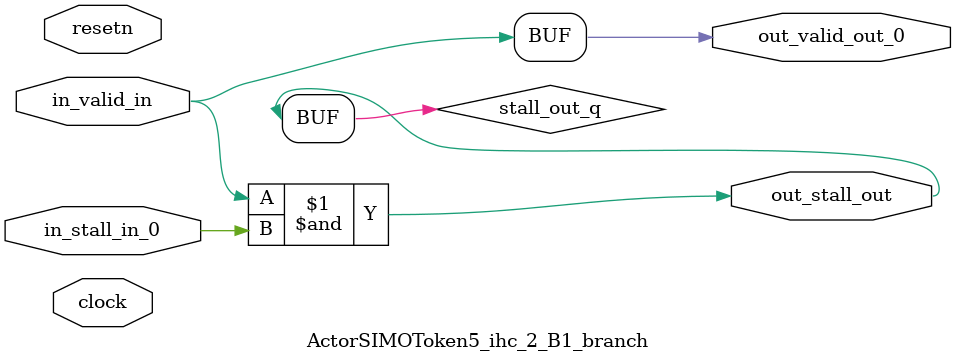
<source format=sv>



(* altera_attribute = "-name AUTO_SHIFT_REGISTER_RECOGNITION OFF; -name MESSAGE_DISABLE 10036; -name MESSAGE_DISABLE 10037; -name MESSAGE_DISABLE 14130; -name MESSAGE_DISABLE 14320; -name MESSAGE_DISABLE 15400; -name MESSAGE_DISABLE 14130; -name MESSAGE_DISABLE 10036; -name MESSAGE_DISABLE 12020; -name MESSAGE_DISABLE 12030; -name MESSAGE_DISABLE 12010; -name MESSAGE_DISABLE 12110; -name MESSAGE_DISABLE 14320; -name MESSAGE_DISABLE 13410; -name MESSAGE_DISABLE 113007; -name MESSAGE_DISABLE 10958" *)
module ActorSIMOToken5_ihc_2_B1_branch (
    input wire [0:0] in_stall_in_0,
    input wire [0:0] in_valid_in,
    output wire [0:0] out_stall_out,
    output wire [0:0] out_valid_out_0,
    input wire clock,
    input wire resetn
    );

    wire [0:0] stall_out_q;


    // stall_out(LOGICAL,6)
    assign stall_out_q = in_valid_in & in_stall_in_0;

    // out_stall_out(GPOUT,4)
    assign out_stall_out = stall_out_q;

    // out_valid_out_0(GPOUT,5)
    assign out_valid_out_0 = in_valid_in;

endmodule

</source>
